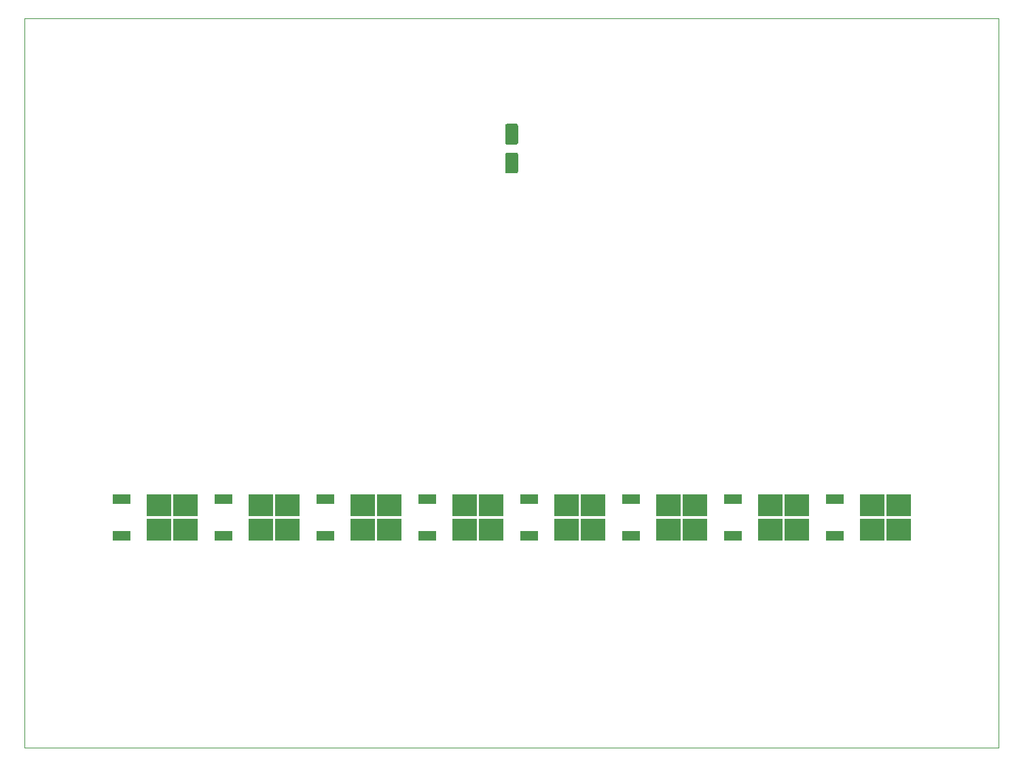
<source format=gbr>
G04 #@! TF.GenerationSoftware,KiCad,Pcbnew,5.1.5-52549c5~84~ubuntu18.04.1*
G04 #@! TF.CreationDate,2020-01-05T10:41:31+01:00*
G04 #@! TF.ProjectId,PCB,5043422e-6b69-4636-9164-5f7063625858,rev?*
G04 #@! TF.SameCoordinates,Original*
G04 #@! TF.FileFunction,Paste,Top*
G04 #@! TF.FilePolarity,Positive*
%FSLAX46Y46*%
G04 Gerber Fmt 4.6, Leading zero omitted, Abs format (unit mm)*
G04 Created by KiCad (PCBNEW 5.1.5-52549c5~84~ubuntu18.04.1) date 2020-01-05 10:41:31*
%MOMM*%
%LPD*%
G04 APERTURE LIST*
%ADD10C,0.050000*%
%ADD11R,3.050000X2.750000*%
%ADD12R,2.200000X1.200000*%
%ADD13C,0.150000*%
G04 APERTURE END LIST*
D10*
X86614000Y-45974000D02*
X208026000Y-45974000D01*
X208026000Y-45974000D02*
X208026000Y-56134000D01*
X86614000Y-56134000D02*
X86614000Y-45974000D01*
X208026000Y-136906000D02*
X86614000Y-136906000D01*
X208026000Y-56134000D02*
X208026000Y-136906000D01*
X86614000Y-136906000D02*
X86614000Y-56134000D01*
D11*
X192230000Y-109730000D03*
X195580000Y-106680000D03*
X192230000Y-106680000D03*
X195580000Y-109730000D03*
D12*
X187605000Y-110485000D03*
X187605000Y-105925000D03*
D11*
X179530000Y-109730000D03*
X182880000Y-106680000D03*
X179530000Y-106680000D03*
X182880000Y-109730000D03*
D12*
X174905000Y-110485000D03*
X174905000Y-105925000D03*
D11*
X166830000Y-109730000D03*
X170180000Y-106680000D03*
X166830000Y-106680000D03*
X170180000Y-109730000D03*
D12*
X162205000Y-110485000D03*
X162205000Y-105925000D03*
D11*
X154130000Y-109730000D03*
X157480000Y-106680000D03*
X154130000Y-106680000D03*
X157480000Y-109730000D03*
D12*
X149505000Y-110485000D03*
X149505000Y-105925000D03*
D11*
X141430000Y-109730000D03*
X144780000Y-106680000D03*
X141430000Y-106680000D03*
X144780000Y-109730000D03*
D12*
X136805000Y-110485000D03*
X136805000Y-105925000D03*
D11*
X128730000Y-109730000D03*
X132080000Y-106680000D03*
X128730000Y-106680000D03*
X132080000Y-109730000D03*
D12*
X124105000Y-110485000D03*
X124105000Y-105925000D03*
D11*
X116030000Y-109730000D03*
X119380000Y-106680000D03*
X116030000Y-106680000D03*
X119380000Y-109730000D03*
D12*
X111405000Y-110485000D03*
X111405000Y-105925000D03*
D11*
X103330000Y-109730000D03*
X106680000Y-106680000D03*
X103330000Y-106680000D03*
X106680000Y-109730000D03*
D12*
X98705000Y-110485000D03*
X98705000Y-105925000D03*
D13*
G36*
X147894504Y-62731204D02*
G01*
X147918773Y-62734804D01*
X147942571Y-62740765D01*
X147965671Y-62749030D01*
X147987849Y-62759520D01*
X148008893Y-62772133D01*
X148028598Y-62786747D01*
X148046777Y-62803223D01*
X148063253Y-62821402D01*
X148077867Y-62841107D01*
X148090480Y-62862151D01*
X148100970Y-62884329D01*
X148109235Y-62907429D01*
X148115196Y-62931227D01*
X148118796Y-62955496D01*
X148120000Y-62980000D01*
X148120000Y-65080000D01*
X148118796Y-65104504D01*
X148115196Y-65128773D01*
X148109235Y-65152571D01*
X148100970Y-65175671D01*
X148090480Y-65197849D01*
X148077867Y-65218893D01*
X148063253Y-65238598D01*
X148046777Y-65256777D01*
X148028598Y-65273253D01*
X148008893Y-65287867D01*
X147987849Y-65300480D01*
X147965671Y-65310970D01*
X147942571Y-65319235D01*
X147918773Y-65325196D01*
X147894504Y-65328796D01*
X147870000Y-65330000D01*
X146770000Y-65330000D01*
X146745496Y-65328796D01*
X146721227Y-65325196D01*
X146697429Y-65319235D01*
X146674329Y-65310970D01*
X146652151Y-65300480D01*
X146631107Y-65287867D01*
X146611402Y-65273253D01*
X146593223Y-65256777D01*
X146576747Y-65238598D01*
X146562133Y-65218893D01*
X146549520Y-65197849D01*
X146539030Y-65175671D01*
X146530765Y-65152571D01*
X146524804Y-65128773D01*
X146521204Y-65104504D01*
X146520000Y-65080000D01*
X146520000Y-62980000D01*
X146521204Y-62955496D01*
X146524804Y-62931227D01*
X146530765Y-62907429D01*
X146539030Y-62884329D01*
X146549520Y-62862151D01*
X146562133Y-62841107D01*
X146576747Y-62821402D01*
X146593223Y-62803223D01*
X146611402Y-62786747D01*
X146631107Y-62772133D01*
X146652151Y-62759520D01*
X146674329Y-62749030D01*
X146697429Y-62740765D01*
X146721227Y-62734804D01*
X146745496Y-62731204D01*
X146770000Y-62730000D01*
X147870000Y-62730000D01*
X147894504Y-62731204D01*
G37*
G36*
X147894504Y-59131204D02*
G01*
X147918773Y-59134804D01*
X147942571Y-59140765D01*
X147965671Y-59149030D01*
X147987849Y-59159520D01*
X148008893Y-59172133D01*
X148028598Y-59186747D01*
X148046777Y-59203223D01*
X148063253Y-59221402D01*
X148077867Y-59241107D01*
X148090480Y-59262151D01*
X148100970Y-59284329D01*
X148109235Y-59307429D01*
X148115196Y-59331227D01*
X148118796Y-59355496D01*
X148120000Y-59380000D01*
X148120000Y-61480000D01*
X148118796Y-61504504D01*
X148115196Y-61528773D01*
X148109235Y-61552571D01*
X148100970Y-61575671D01*
X148090480Y-61597849D01*
X148077867Y-61618893D01*
X148063253Y-61638598D01*
X148046777Y-61656777D01*
X148028598Y-61673253D01*
X148008893Y-61687867D01*
X147987849Y-61700480D01*
X147965671Y-61710970D01*
X147942571Y-61719235D01*
X147918773Y-61725196D01*
X147894504Y-61728796D01*
X147870000Y-61730000D01*
X146770000Y-61730000D01*
X146745496Y-61728796D01*
X146721227Y-61725196D01*
X146697429Y-61719235D01*
X146674329Y-61710970D01*
X146652151Y-61700480D01*
X146631107Y-61687867D01*
X146611402Y-61673253D01*
X146593223Y-61656777D01*
X146576747Y-61638598D01*
X146562133Y-61618893D01*
X146549520Y-61597849D01*
X146539030Y-61575671D01*
X146530765Y-61552571D01*
X146524804Y-61528773D01*
X146521204Y-61504504D01*
X146520000Y-61480000D01*
X146520000Y-59380000D01*
X146521204Y-59355496D01*
X146524804Y-59331227D01*
X146530765Y-59307429D01*
X146539030Y-59284329D01*
X146549520Y-59262151D01*
X146562133Y-59241107D01*
X146576747Y-59221402D01*
X146593223Y-59203223D01*
X146611402Y-59186747D01*
X146631107Y-59172133D01*
X146652151Y-59159520D01*
X146674329Y-59149030D01*
X146697429Y-59140765D01*
X146721227Y-59134804D01*
X146745496Y-59131204D01*
X146770000Y-59130000D01*
X147870000Y-59130000D01*
X147894504Y-59131204D01*
G37*
M02*

</source>
